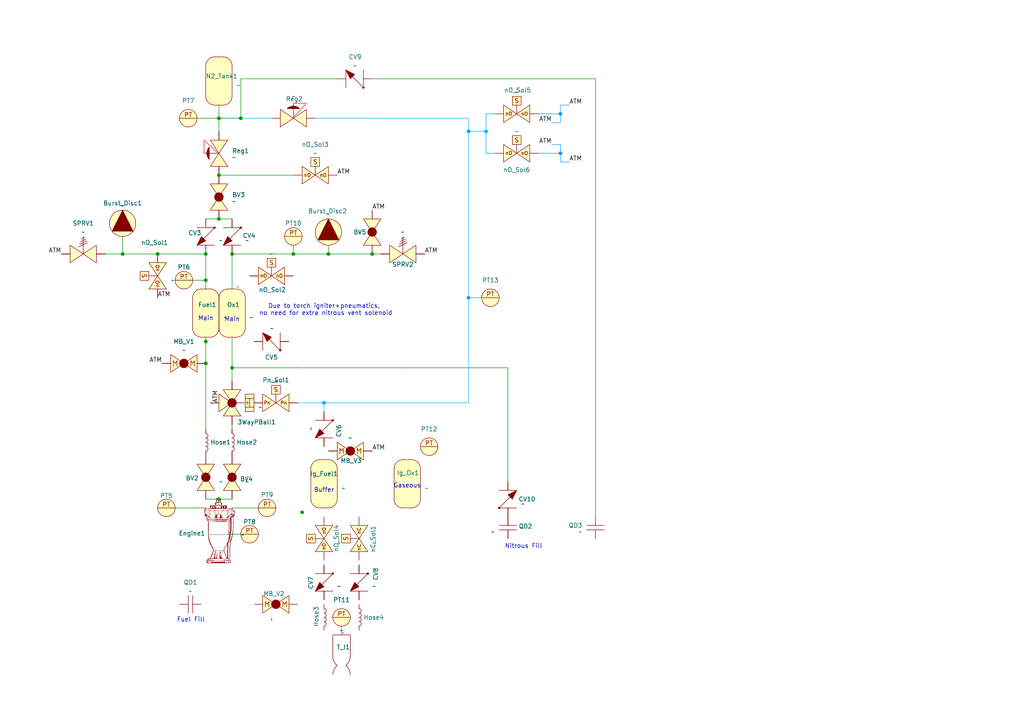
<source format=kicad_sch>
(kicad_sch (version 20231120) (generator "eeschema") (generator_version "8.0")
  (paper "A4")
  (lib_symbols
    (symbol "Analog_ADC:Torch_Igniter"
      (property "Reference" "T_I" (at -1.016 -0.254 0))
      (symbol "Torch_Igniter_1_1"
        (pin passive line (at -2.54 3.81 0) (length 0) (name "") (number ""))
        (pin passive line (at 2.54 3.81 180) (length 0) (name "") (number ""))
      )
    )
    (symbol "Device:Hose" (pin_numbers hide) (pin_names (offset 1.016) hide)
      (property "Reference" "Hose" (at -1.27 0 90))
      (symbol "Hose_1_1"
        (pin passive line (at 0 3.81 270) (length 1.27) (name "1") (number "1"))
        (pin passive line (at 0 -3.81 90) (length 1.27) (name "2") (number "2"))
      )
    )
    (symbol "PID_symbols:3WayPmaticBall"
      (property "Reference" "3WayPBall" (at 0 -10.16 0))
      (symbol "3WayPmaticBall_1_1"
        (pin passive line (at -6.35 0 0) (length 2.54) (name "") (number ""))
        (pin passive line (at 0 -6.35 90) (length 2.54) (name "") (number ""))
        (pin passive line (at 0 6.35 180) (length 0) (name "") (number ""))
        (pin passive line (at 6.35 0 180) (length 2.54) (name "") (number ""))
      )
    )
    (symbol "PID_symbols:Ball_Valve"
      (property "Reference" "BV" (at 3.81 -4.318 0))
      (symbol "Ball_Valve_1_1"
        (pin passive line (at -2.54 0 0) (length 2.54) (name "") (number ""))
        (pin passive line (at 10.16 0 180) (length 2.54) (name "") (number ""))
      )
    )
    (symbol "PID_symbols:Burst_Disc"
      (property "Reference" "Burst_Disc" (at 0 -5.334 0))
      (symbol "Burst_Disc_1_1"
        (pin passive line (at -3.81 0 0) (length 0) (name "") (number ""))
        (pin passive line (at 0 -3.81 90) (length 0) (name "") (number ""))
        (pin passive line (at 3.81 0 180) (length 0) (name "") (number ""))
      )
    )
    (symbol "PID_symbols:Check_Valve"
      (property "Reference" "CV" (at 2.54 -4.064 0))
      (symbol "Check_Valve_1_1"
        (pin passive line (at -2.54 0 0) (length 2.54) (name "") (number ""))
        (pin passive line (at 7.62 0 180) (length 2.54) (name "") (number ""))
      )
    )
    (symbol "PID_symbols:Engine"
      (property "Reference" "Engine" (at 0 0 0))
      (symbol "Engine_1_1"
        (pin input line (at -3.81 3.81 0) (length 0) (name "") (number ""))
        (pin input line (at 0 6.35 0) (length 0) (name "") (number ""))
        (pin input line (at 3.81 3.81 0) (length 0) (name "") (number ""))
      )
    )
    (symbol "PID_symbols:MBallValve"
      (property "Reference" "MB_V" (at 0 -3.81 0))
      (symbol "MBallValve_1_1"
        (pin passive line (at -6.35 0 0) (length 2.54) (name "") (number ""))
        (pin passive line (at 6.35 0 180) (length 2.54) (name "") (number ""))
      )
    )
    (symbol "PID_symbols:Normally_Closed_Solenoid"
      (property "Reference" "nC_Sol" (at 0 -3.81 0))
      (symbol "Normally_Closed_Solenoid_1_1"
        (text "nC" (at -2.54 0 0) (effects (font (size 1 1))))
        (text "nC" (at 2.286 0 0) (effects (font (size 1 1))))
        (text "S\n" (at 0 3.81 0) (effects (font (size 1.27 1.27))))
        (pin passive line (at -6.35 0 0) (length 2.54) (name "") (number ""))
        (pin passive line (at 6.35 0 180) (length 2.54) (name "") (number ""))
      )
    )
    (symbol "PID_symbols:Pneumatic_Solenoid"
      (property "Reference" "Pn_Sol" (at 0 -3.81 0))
      (symbol "Pneumatic_Solenoid_1_1"
        (text "Pn" (at -2.54 0 0) (effects (font (size 1 1))))
        (text "Pn" (at 2.286 0 0) (effects (font (size 1 1))))
        (text "S\n" (at 0 3.81 0) (effects (font (size 1.27 1.27))))
        (pin passive line (at -6.35 0 0) (length 2.54) (name "") (number ""))
        (pin passive line (at 6.35 0 180) (length 2.54) (name "") (number ""))
      )
    )
    (symbol "PID_symbols:Pressure_Regulator"
      (property "Reference" "Reg" (at 3.81 -2.54 0))
      (symbol "Pressure_Regulator_1_1"
        (pin passive line (at -2.54 0 0) (length 2.54) (name "") (number ""))
        (pin passive line (at 10.16 0 180) (length 2.54) (name "") (number ""))
      )
    )
    (symbol "PID_symbols:Pressure_Transducer"
      (property "Reference" "PT" (at 0 -3.81 0))
      (symbol "Pressure_Transducer_1_1"
        (text "PT\n" (at 0 1.016 0) (effects (font (size 1.27 1.27))))
        (pin passive line (at -2.54 0 0) (length 0) (name "") (number ""))
        (pin passive line (at 0 -2.54 90) (length 0) (name "") (number ""))
        (pin passive line (at 2.54 0 180) (length 0) (name "") (number ""))
      )
    )
    (symbol "PID_symbols:Quick_Disconnect"
      (property "Reference" "QD" (at 0.762 -4.572 0))
      (symbol "Quick_Disconnect_1_1"
        (pin passive line (at -2.54 0 0) (length 2.54) (name "") (number ""))
        (pin passive line (at 3.81 0 180) (length 2.54) (name "") (number ""))
      )
    )
    (symbol "PID_symbols:SPRV"
      (property "Reference" "SPRV" (at 3.556 -3.302 0))
      (symbol "SPRV_1_1"
        (pin passive line (at -2.54 0 0) (length 2.54) (name "") (number ""))
        (pin passive line (at 10.16 0 180) (length 2.54) (name "") (number ""))
      )
    )
    (symbol "PID_symbols:Solenoid"
      (property "Reference" "nO_Sol" (at 3.81 -3.81 0))
      (symbol "Solenoid_1_1"
        (text "nO" (at 6.096 0 0) (effects (font (size 1 1))))
        (text "nO\n\n" (at 1.524 -0.762 0) (effects (font (size 1 1))))
        (text "S\n" (at 3.81 3.81 0) (effects (font (size 1.27 1.27))))
        (pin passive line (at -2.54 0 0) (length 2.54) (name "") (number ""))
        (pin passive line (at 10.16 0 180) (length 2.54) (name "") (number ""))
      )
    )
    (symbol "PID_symbols:Tank"
      (property "Reference" "T" (at 6.35 5.08 0))
      (symbol "Tank_1_1"
        (pin passive line (at 1.27 -2.54 90) (length 0) (name "") (number ""))
        (pin passive line (at 1.27 11.43 270) (length 0) (name "") (number ""))
      )
    )
  )
  (junction (at 135.89 38.1) (color 3 157 255 1))
  (junction (at 87.63 148.59))
  (junction (at 162.56 33.02) (color 0 152 255 1))
  (junction (at 63.5 144.78))
  (junction (at 162.56 44.45) (color 0 152 255 1))
  (junction (at 140.97 38.1) (color 0 176 255 1))
  (junction (at 118.11 129.54) (color 251 255 253 1))
  (junction (at 135.89 86.36) (color 12 151 255 1))
  (junction (at 35.56 73.66))
  (junction (at 93.98 148.59) (color 255 253 253 1))
  (junction (at 69.85 34.29))
  (junction (at 59.69 81.28))
  (junction (at 93.98 130.81) (color 252 255 249 1))
  (junction (at 63.5 50.8))
  (junction (at 93.98 116.84) (color 0 170 255 1))
  (junction (at 85.09 73.66))
  (junction (at 63.5 34.29))
  (junction (at 59.69 105.41))
  (junction (at 59.69 99.06))
  (junction (at 67.31 106.68))
  (junction (at 63.5 63.5))
  (junction (at 59.69 73.66))
  (junction (at 67.31 73.66))
  (junction (at 45.72 73.66))
  (junction (at 107.95 73.66))
  (junction (at 95.25 73.66))
  (wire (pts (xy 59.69 105.41) (xy 59.69 124.46)))
  (wire (pts (xy 83.82 99.06) (xy 87.63 99.06)) (stroke (width 0) (color 245 255 253 1)))
  (wire (pts (xy 93.98 147.32) (xy 93.98 148.59)) (stroke (width 0) (color 245 255 253 1)))
  (wire (pts (xy 156.21 33.02) (xy 162.56 33.02)) (stroke (width 0) (color 0 152 255 1)))
  (wire (pts (xy 135.89 38.1) (xy 140.97 38.1)) (stroke (width 0) (color 0 187 255 1)))
  (wire (pts (xy 69.85 34.29) (xy 69.85 22.86)))
  (wire (pts (xy 93.98 116.84) (xy 135.89 116.84)) (stroke (width 0) (color 14 175 255 1)))
  (wire (pts (xy 59.69 99.06) (xy 59.69 105.41)))
  (wire (pts (xy 93.98 162.56) (xy 93.98 163.83)) (stroke (width 0) (color 255 253 253 1)))
  (wire (pts (xy 87.63 99.06) (xy 87.63 148.59)) (stroke (width 0) (color 245 255 253 1)))
  (wire (pts (xy 104.14 184.15) (xy 101.6 184.15)) (stroke (width 0) (color 255 253 253 1)))
  (wire (pts (xy 118.11 147.32) (xy 118.11 148.59)) (stroke (width 0) (color 255 253 253 1)))
  (wire (pts (xy 30.48 73.66) (xy 35.56 73.66)))
  (wire (pts (xy 104.14 162.56) (xy 104.14 163.83)) (stroke (width 0) (color 255 253 253 1)))
  (wire (pts (xy 162.56 41.91) (xy 160.02 41.91)) (stroke (width 0) (color 0 152 255 1)))
  (wire (pts (xy 87.63 154.94) (xy 87.63 175.26)) (stroke (width 0) (color 253 255 255 1)))
  (wire (pts (xy 67.31 144.78) (xy 63.5 144.78)))
  (wire (pts (xy 35.56 68.58) (xy 35.56 73.66)))
  (wire (pts (xy 63.5 34.29) (xy 69.85 34.29)))
  (wire (pts (xy 135.89 86.36) (xy 135.89 116.84)) (stroke (width 0) (color 14 175 255 1)))
  (wire (pts (xy 59.69 144.78) (xy 63.5 144.78)))
  (wire (pts (xy 162.56 35.56) (xy 162.56 33.02)) (stroke (width 0) (color 0 152 255 1)))
  (wire (pts (xy 85.09 73.66) (xy 95.25 73.66)))
  (wire (pts (xy 93.98 129.54) (xy 93.98 130.81)) (stroke (width 0) (color 255 253 253 1)))
  (wire (pts (xy 140.97 38.1) (xy 140.97 44.45)) (stroke (width 0) (color 2 153 255 1)))
  (wire (pts (xy 172.72 22.86) (xy 172.72 149.86)))
  (wire (pts (xy 107.95 22.86) (xy 172.72 22.86)))
  (wire (pts (xy 143.51 44.45) (xy 140.97 44.45)) (stroke (width 0) (color 2 153 255 1)))
  (wire (pts (xy 67.31 73.66) (xy 85.09 73.66)))
  (wire (pts (xy 87.63 148.59) (xy 93.98 148.59)) (stroke (width 0) (color 245 255 253 1)))
  (wire (pts (xy 140.97 33.02) (xy 143.51 33.02)) (stroke (width 0) (color 2 153 255 1)))
  (wire (pts (xy 69.85 22.86) (xy 97.79 22.86)))
  (wire (pts (xy 87.63 175.26) (xy 86.36 175.26)) (stroke (width 0) (color 253 255 255 1)))
  (wire (pts (xy 162.56 30.48) (xy 162.56 33.02)) (stroke (width 0) (color 0 152 255 1)))
  (wire (pts (xy 59.69 97.79) (xy 59.69 99.06)))
  (wire (pts (xy 85.09 71.12) (xy 85.09 73.66)))
  (wire (pts (xy 67.31 147.32) (xy 74.93 147.32)))
  (wire (pts (xy 139.7 86.36) (xy 135.89 86.36)) (stroke (width 0) (color 12 151 255 1)))
  (wire (pts (xy 118.11 129.54) (xy 118.11 133.35)) (stroke (width 0) (color 245 255 253 1)))
  (wire (pts (xy 67.31 106.68) (xy 67.31 110.49)))
  (wire (pts (xy 63.5 34.29) (xy 63.5 38.1)))
  (wire (pts (xy 147.32 106.68) (xy 147.32 139.7)))
  (wire (pts (xy 59.69 63.5) (xy 63.5 63.5)))
  (wire (pts (xy 63.5 50.8) (xy 85.09 50.8)))
  (wire (pts (xy 106.68 34.29) (xy 135.89 34.29)) (stroke (width 0) (color 0 187 255 1)))
  (wire (pts (xy 85.09 80.01) (xy 118.11 80.01)) (stroke (width 0) (color 245 255 253 1)))
  (wire (pts (xy 93.98 173.99) (xy 93.98 175.26)) (stroke (width 0) (color 255 253 253 1)))
  (wire (pts (xy 67.31 73.66) (xy 67.31 83.82)))
  (wire (pts (xy 55.88 81.28) (xy 59.69 81.28)))
  (wire (pts (xy 162.56 44.45) (xy 162.56 41.91)) (stroke (width 0) (color 0 152 255 1)))
  (wire (pts (xy 57.15 34.29) (xy 63.5 34.29)))
  (wire (pts (xy 162.56 46.99) (xy 162.56 44.45)) (stroke (width 0) (color 0 152 255 1)))
  (wire (pts (xy 59.69 81.28) (xy 59.69 83.82)))
  (wire (pts (xy 73.66 175.26) (xy 58.42 175.26)) (stroke (width 0) (color 247 255 249 1)))
  (wire (pts (xy 66.04 154.94) (xy 69.85 154.94)))
  (wire (pts (xy 95.25 71.12) (xy 95.25 73.66)))
  (wire (pts (xy 147.32 106.68) (xy 67.31 106.68)))
  (wire (pts (xy 135.89 38.1) (xy 135.89 86.36)) (stroke (width 0) (color 14 175 255 1)))
  (wire (pts (xy 93.98 116.84) (xy 93.98 119.38)) (stroke (width 0) (color 14 175 255 1)))
  (wire (pts (xy 63.5 34.29) (xy 63.5 30.48)))
  (wire (pts (xy 63.5 116.84) (xy 60.96 116.84)))
  (wire (pts (xy 45.72 73.66) (xy 59.69 73.66)))
  (wire (pts (xy 91.44 34.29) (xy 106.68 34.29)) (stroke (width 0) (color 14 175 255 1)))
  (wire (pts (xy 140.97 33.02) (xy 140.97 38.1)) (stroke (width 0) (color 2 153 255 1)))
  (wire (pts (xy 104.14 148.59) (xy 104.14 149.86)) (stroke (width 0) (color 255 253 253 1)))
  (wire (pts (xy 69.85 34.29) (xy 78.74 34.29)) (stroke (width 0) (color 14 175 255 1)))
  (wire (pts (xy 104.14 173.99) (xy 104.14 175.26)) (stroke (width 0) (color 255 253 253 1)))
  (wire (pts (xy 63.5 63.5) (xy 67.31 63.5)))
  (wire (pts (xy 93.98 148.59) (xy 93.98 149.86)) (stroke (width 0) (color 245 255 253 1)))
  (wire (pts (xy 118.11 129.54) (xy 121.92 129.54)) (stroke (width 0) (color 251 255 253 1)))
  (wire (pts (xy 59.69 99.06) (xy 73.66 99.06)) (stroke (width 0) (color 252 253 255 1)))
  (wire (pts (xy 118.11 148.59) (xy 104.14 148.59)) (stroke (width 0) (color 255 253 253 1)))
  (wire (pts (xy 93.98 130.81) (xy 93.98 133.35)) (stroke (width 0) (color 255 253 253 1)))
  (wire (pts (xy 118.11 80.01) (xy 118.11 129.54)) (stroke (width 0) (color 245 255 253 1)))
  (wire (pts (xy 162.56 46.99) (xy 165.1 46.99)) (stroke (width 0) (color 0 152 255 1)))
  (wire (pts (xy 86.36 116.84) (xy 93.98 116.84)) (stroke (width 0) (color 14 175 255 1)))
  (wire (pts (xy 107.95 73.66) (xy 110.49 73.66)))
  (wire (pts (xy 135.89 34.29) (xy 135.89 38.1)) (stroke (width 0) (color 14 175 255 1)))
  (wire (pts (xy 68.58 80.01) (xy 68.58 83.82)) (stroke (width 0) (color 252 255 253 1)))
  (wire (pts (xy 160.02 35.56) (xy 162.56 35.56)) (stroke (width 0) (color 0 152 255 1)))
  (wire (pts (xy 99.06 181.61) (xy 99.06 184.15)))
  (wire (pts (xy 50.8 147.32) (xy 59.69 147.32)))
  (wire (pts (xy 67.31 124.46) (xy 67.31 123.19)))
  (wire (pts (xy 68.58 80.01) (xy 72.39 80.01)) (stroke (width 0) (color 252 255 253 1)))
  (wire (pts (xy 87.63 148.59) (xy 87.63 154.94)) (stroke (width 0) (color 245 255 253 1)))
  (wire (pts (xy 67.31 97.79) (xy 67.31 106.68)))
  (wire (pts (xy 35.56 73.66) (xy 45.72 73.66)))
  (wire (pts (xy 95.25 130.81) (xy 93.98 130.81)) (stroke (width 0) (color 252 255 249 1)))
  (wire (pts (xy 95.25 73.66) (xy 107.95 73.66)))
  (wire (pts (xy 104.14 184.15) (xy 104.14 182.88)) (stroke (width 0) (color 255 253 253 1)))
  (wire (pts (xy 162.56 30.48) (xy 165.1 30.48)) (stroke (width 0) (color 0 152 255 1)))
  (wire (pts (xy 69.85 34.29) (xy 63.5 34.29)) (stroke (width 0) (color 14 175 255 1)))
  (wire (pts (xy 156.21 44.45) (xy 162.56 44.45)) (stroke (width 0) (color 0 152 255 1)))
  (wire (pts (xy 93.98 182.88) (xy 93.98 184.15)) (stroke (width 0) (color 255 253 253 1)))
  (wire (pts (xy 93.98 184.15) (xy 96.52 184.15)) (stroke (width 0) (color 255 253 253 1)))
  (wire (pts (xy 59.69 73.66) (xy 59.69 81.28)))
  (text "Nitrous Fill" (at 151.892 158.496 0) (effects (font (size 1.27 1.27))))
  (text "Gaseous" (at 118.11 140.97 0) (effects (font (size 1.27 1.27))))
  (text "Main" (at 59.69 92.456 0) (effects (font (size 1.27 1.27))))
  (text "Main" (at 67.31 92.71 0) (effects (font (size 1.27 1.27))))
  (text "Fuel Fill\n" (at 55.372 179.832 0) (effects (font (size 1.27 1.27))))
  (text "Buffer" (at 93.98 142.24 0) (effects (font (size 1.27 1.27))))
  (text "Due to torch igniter+pneumatics, \nno need for extra nitrous vent solenoid\n" (at 94.488 89.916 0) (effects (font (size 1.27 1.27))))
  (label "ATM" (at 46.99 105.41 180))
  (label "ATM" (at 17.78 73.66 180))
  (label "ATM" (at 160.02 41.91 180))
  (label "ATM" (at 165.1 46.99 0))
  (label "ATM" (at 123.19 73.66 0))
  (label "." (at 66.04 154.94 0))
  (label "ATM" (at 63.5 116.84 90))
  (label "ATM" (at 107.95 130.81 0))
  (label "ATM" (at 165.1 30.48 0))
  (label "." (at 99.06 184.15 0))
  (label "." (at 68.58 83.82 0))
  (label "ATM" (at 97.79 50.8 0))
  (label "ATM" (at 45.72 86.36 0))
  (label "ATM" (at 107.95 60.96 0))
  (label "ATM" (at 160.02 35.56 180))
  (symbol (lib_name "PID_symbols:Tank") (lib_id "PID_symbols:Tank") (at 62.23 27.94 0) (unit 1)
    (property "Reference" "N2_Tank1" (at 59.69 22.098 0) (effects (justify left)))
    (property "Value" "~" (at 68.58 24.765 0) (effects (justify left)))
  )
  (symbol (lib_name "PID_symbols:Check_Valve") (lib_id "PID_symbols:Check_Valve") (at 93.98 121.92 270) (unit 1)
    (property "Reference" "CV6" (at 98.298 124.968 0))
    (property "Value" "~" (at 90.17 124.333 0))
  )
  (symbol (lib_name "PID_symbols:Pressure_Transducer") (lib_id "PID_symbols:Pressure_Transducer") (at 72.39 154.94 0) (unit 1)
    (property "Reference" "PT8" (at 72.39 151.384 0))
  )
  (symbol (lib_id "PID_symbols:Engine") (at 63.5 151.13 0) (unit 1)
    (property "Reference" "Engine1" (at 51.816 154.686 0) (effects (justify left)))
    (property "Value" "~" (at 69.85 155.1869 0) (effects (justify left)))
  )
  (symbol (lib_name "PID_symbols:Pressure_Transducer") (lib_id "PID_symbols:Pressure_Transducer") (at 77.47 147.32 0) (unit 1)
    (property "Reference" "PT9" (at 77.47 143.51 0))
  )
  (symbol (lib_name "PID_symbols:Check_Valve") (lib_id "PID_symbols:Check_Valve") (at 105.41 22.86 180) (unit 1)
    (property "Reference" "CV9" (at 102.997 16.51 0))
    (property "Value" "~" (at 102.997 19.05 0))
  )
  (symbol (lib_name "PID_symbols:MBallValve") (lib_id "PID_symbols:MBallValve") (at 80.01 175.26 0) (unit 1)
    (property "Reference" "MB_V2" (at 82.55 172.212 0) (effects (justify right)))
    (property "Value" "~" (at 78.74 179.07 90) (effects (justify right)))
  )
  (symbol (lib_name "PID_symbols:Ball_Valve") (lib_id "PID_symbols:Ball_Valve") (at 67.31 134.62 270) (unit 1)
    (property "Reference" "BV4" (at 69.596 138.938 90) (effects (justify left)))
    (property "Value" "~" (at 71.12 139.7 90) (effects (justify left)))
  )
  (symbol (lib_name "PID_symbols:Check_Valve") (lib_id "PID_symbols:Check_Valve") (at 104.14 166.37 270) (unit 1)
    (property "Reference" "CV8" (at 108.966 164.592 0) (effects (justify left)))
    (property "Value" "~" (at 107.95 170.053 90) (effects (justify left)))
  )
  (symbol (lib_name "PID_symbols:Check_Valve") (lib_id "PID_symbols:Check_Valve") (at 59.69 66.04 270) (unit 1)
    (property "Reference" "CV3" (at 54.61 67.564 90) (effects (justify left)))
    (property "Value" "~" (at 63.5 69.723 90) (effects (justify left)))
  )
  (symbol (lib_name "PID_symbols:Pressure_Regulator") (lib_id "PID_symbols:Pressure_Regulator") (at 81.28 34.29 0) (unit 1)
    (property "Reference" "Reg2" (at 85.344 28.702 0))
    (property "Value" "~" (at 85.1525 27.94 0))
    (property "Description" "Pressure Regulator" (effects (hide yes)))
  )
  (symbol (lib_name "PID_symbols:Pressure_Transducer") (lib_id "PID_symbols:Pressure_Transducer") (at 53.34 81.28 0) (unit 1)
    (property "Reference" "PT6" (at 53.34 77.47 0))
  )
  (symbol (lib_id "Device:Hose") (at 59.69 128.27 0) (unit 1)
    (property "Reference" "Hose1" (at 60.96 128.2699 0) (effects (justify left)))
  )
  (symbol (lib_name "PID_symbols:Tank") (lib_id "PID_symbols:Tank") (at 92.71 144.78 0) (unit 1)
    (property "Reference" "Ig_Fuel1" (at 89.916 137.414 0) (effects (justify left)))
    (property "Value" "~" (at 99.06 141.605 0) (effects (justify left)))
  )
  (symbol (lib_id "Device:Hose") (at 93.98 179.07 0) (unit 1)
    (property "Reference" "Hose3" (at 91.694 181.864 90) (effects (justify left)))
  )
  (symbol (lib_name "PID_symbols:Tank") (lib_id "PID_symbols:Tank") (at 116.84 144.78 0) (unit 1)
    (property "Reference" "Ig_Ox1" (at 115.062 137.16 0) (effects (justify left)))
    (property "Value" "~" (at 123.19 141.605 0) (effects (justify left)))
  )
  (symbol (lib_name "PID_symbols:Check_Valve") (lib_id "PID_symbols:Check_Valve") (at 93.98 166.37 270) (unit 1)
    (property "Reference" "CV7" (at 90.17 167.132 0) (effects (justify left)))
    (property "Value" "~" (at 97.79 170.053 90) (effects (justify left)))
  )
  (symbol (lib_name "PID_symbols:Tank") (lib_id "PID_symbols:Tank") (at 58.42 95.25 0) (unit 1)
    (property "Reference" "Fuel1" (at 57.404 88.392 0) (effects (justify left)))
    (property "Value" "~" (at 64.77 92.075 0) (effects (justify left)))
  )
  (symbol (lib_name "PID_symbols:Pressure_Transducer") (lib_id "PID_symbols:Pressure_Transducer") (at 48.26 147.32 0) (unit 1)
    (property "Reference" "PT5" (at 48.26 143.764 0))
  )
  (symbol (lib_id "PID_symbols:3WayPmaticBall") (at 67.31 116.84 270) (unit 1)
    (property "Reference" "3WayPBall1" (at 68.834 122.428 90) (effects (justify left)))
    (property "Value" "~" (at 74.93 118.11 90) (effects (justify left)))
  )
  (symbol (lib_name "PID_symbols:Solenoid") (lib_id "PID_symbols:Solenoid") (at 146.05 33.02 0) (unit 1)
    (property "Reference" "nO_Sol5" (at 150.114 26.162 0))
    (property "Value" "~" (at 149.86 26.67 0))
  )
  (symbol (lib_name "PID_symbols:Quick_Disconnect") (lib_id "PID_symbols:Quick_Disconnect") (at 172.72 153.67 90) (unit 1)
    (property "Reference" "QD3" (at 168.91 152.3999 90) (effects (justify left)))
    (property "Value" "~" (at 168.91 154.305 90) (effects (justify left)))
  )
  (symbol (lib_name "PID_symbols:Ball_Valve") (lib_id "PID_symbols:Ball_Valve") (at 107.95 71.12 90) (unit 1)
    (property "Reference" "BV5" (at 104.394 67.31 90))
    (property "Value" "~" (at 104.14 67.31 0))
  )
  (symbol (lib_name "PID_symbols:Solenoid") (lib_id "PID_symbols:Solenoid") (at 74.93 80.01 0) (unit 1)
    (property "Reference" "nO_Sol2" (at 78.994 84.074 0))
    (property "Value" "~" (at 78.74 73.66 0))
  )
  (symbol (lib_id "PID_symbols:Normally_Closed_Solenoid") (at 104.14 156.21 90) (unit 1)
    (property "Reference" "nC_Sol1" (at 108.204 152.4 0) (effects (justify right)))
    (property "Value" "~" (at 107.95 157.48 90) (effects (justify right)))
  )
  (symbol (lib_name "PID_symbols:Quick_Disconnect") (lib_id "PID_symbols:Quick_Disconnect") (at 54.61 175.26 0) (unit 1)
    (property "Reference" "QD1" (at 55.245 168.91 0))
    (property "Value" "~" (at 55.245 171.45 0))
  )
  (symbol (lib_id "PID_symbols:Pneumatic_Solenoid") (at 80.01 116.84 0) (unit 1)
    (property "Reference" "Pn_Sol1" (at 80.01 110.236 0))
    (property "Value" "~" (at 80.01 110.49 0))
  )
  (symbol (lib_name "PID_symbols:Quick_Disconnect") (lib_id "PID_symbols:Quick_Disconnect") (at 147.32 153.67 90) (unit 1)
    (property "Reference" "QD2" (at 154.432 152.654 90) (effects (justify left)))
    (property "Value" "~" (at 143.51 154.305 90) (effects (justify left)))
  )
  (symbol (lib_name "PID_symbols:Ball_Valve") (lib_id "PID_symbols:Ball_Valve") (at 63.5 60.96 90) (unit 1)
    (property "Reference" "BV3" (at 67.31 56.5149 90) (effects (justify right)))
    (property "Value" "~" (at 67.31 58.42 90) (effects (justify right)))
  )
  (symbol (lib_name "PID_symbols:SPRV") (lib_id "PID_symbols:SPRV") (at 20.32 73.66 0) (unit 1)
    (property "Reference" "SPRV1" (at 24.13 64.77 0))
    (property "Value" "~" (at 24.13 67.31 0))
  )
  (symbol (lib_name "PID_symbols:Pressure_Transducer") (lib_id "PID_symbols:Pressure_Transducer") (at 124.46 129.54 0) (unit 1)
    (property "Reference" "PT12" (at 124.46 124.46 0))
  )
  (symbol (lib_name "PID_symbols:Solenoid") (lib_id "PID_symbols:Solenoid") (at 87.63 50.8 0) (unit 1)
    (property "Reference" "nO_Sol3" (at 91.44 41.91 0))
    (property "Value" "~" (at 91.44 44.45 0))
  )
  (symbol (lib_name "PID_symbols:Pressure_Transducer") (lib_id "PID_symbols:Pressure_Transducer") (at 142.24 86.36 0) (unit 1)
    (property "Reference" "PT13" (at 142.24 81.28 0))
  )
  (symbol (lib_name "PID_symbols:Pressure_Transducer") (lib_id "PID_symbols:Pressure_Transducer") (at 99.06 179.07 0) (unit 1)
    (property "Reference" "PT11" (at 99.06 173.99 0))
  )
  (symbol (lib_name "PID_symbols:MBallValve") (lib_id "PID_symbols:MBallValve") (at 53.34 105.41 0) (unit 1)
    (property "Reference" "MB_V1" (at 53.34 99.06 0))
    (property "Value" "~" (at 53.34 101.6 0))
  )
  (symbol (lib_name "PID_symbols:Pressure_Regulator") (lib_id "PID_symbols:Pressure_Regulator") (at 63.5 48.26 90) (unit 1)
    (property "Reference" "Reg1" (at 67.31 43.7524 90) (effects (justify right)))
    (property "Value" "~" (at 67.31 45.6575 90) (effects (justify right)))
    (property "Description" "Pressure Regulator" (effects (hide yes)))
  )
  (symbol (lib_name "PID_symbols:Pressure_Transducer") (lib_id "PID_symbols:Pressure_Transducer") (at 54.61 34.29 0) (unit 1)
    (property "Reference" "PT7" (at 54.61 29.21 0))
  )
  (symbol (lib_name "PID_symbols:Ball_Valve") (lib_id "PID_symbols:Ball_Valve") (at 59.69 134.62 270) (unit 1)
    (property "Reference" "BV2" (at 53.848 138.684 90) (effects (justify left)))
    (property "Value" "~" (at 63.5 139.7 90) (effects (justify left)))
  )
  (symbol (lib_name "PID_symbols:SPRV") (lib_id "PID_symbols:SPRV") (at 113.03 73.66 0) (unit 1)
    (property "Reference" "SPRV2" (at 116.84 76.708 0))
    (property "Value" "~" (at 116.84 67.31 0))
  )
  (symbol (lib_name "PID_symbols:Check_Valve") (lib_id "PID_symbols:Check_Valve") (at 81.28 99.06 180) (unit 1)
    (property "Reference" "CV5" (at 78.74 103.632 0))
    (property "Value" "~" (at 78.867 95.25 0))
  )
  (symbol (lib_name "PID_symbols:Check_Valve") (lib_id "PID_symbols:Check_Valve") (at 147.32 147.32 90) (unit 1)
    (property "Reference" "CV10" (at 150.368 144.78 90) (effects (justify right)))
    (property "Value" "~" (at 151.13 146.177 90) (effects (justify right)))
  )
  (symbol (lib_name "PID_symbols:Tank") (lib_id "PID_symbols:Tank") (at 66.04 95.25 0) (unit 1)
    (property "Reference" "Ox1" (at 65.786 88.392 0) (effects (justify left)))
    (property "Value" "~" (at 72.39 92.075 0) (effects (justify left)))
  )
  (symbol (lib_name "PID_symbols:Burst_Disc") (lib_id "PID_symbols:Burst_Disc") (at 95.25 67.31 0) (unit 1)
    (property "Reference" "Burst_Disc2" (at 94.996 61.214 0))
    (property "Value" "~" (at 95.25 62.23 0))
  )
  (symbol (lib_id "Device:Hose") (at 104.14 179.07 0) (unit 1)
    (property "Reference" "Hose4" (at 105.41 179.0699 0) (effects (justify left)))
  )
  (symbol (lib_id "Device:Hose") (at 67.31 128.27 0) (unit 1)
    (property "Reference" "Hose2" (at 68.58 128.2699 0) (effects (justify left)))
  )
  (symbol (lib_name "PID_symbols:Pressure_Transducer") (lib_id "PID_symbols:Pressure_Transducer") (at 85.09 68.58 0) (unit 1)
    (property "Reference" "PT10" (at 85.09 64.77 0))
  )
  (symbol (lib_name "PID_symbols:MBallValve") (lib_id "PID_symbols:MBallValve") (at 101.6 130.81 0) (unit 1)
    (property "Reference" "MB_V3" (at 101.854 133.604 0))
    (property "Value" "~" (at 101.6 127 0))
  )
  (symbol (lib_name "PID_symbols:Solenoid") (lib_id "PID_symbols:Solenoid") (at 93.98 160.02 90) (unit 1)
    (property "Reference" "nO_Sol4" (at 97.536 152.146 0) (effects (justify right)))
    (property "Value" "~" (at 97.79 157.48 90) (effects (justify right)))
  )
  (symbol (lib_name "PID_symbols:Solenoid") (lib_id "PID_symbols:Solenoid") (at 146.05 44.45 0) (unit 1)
    (property "Reference" "nO_Sol6" (at 149.86 49.276 0))
    (property "Value" "~" (at 149.86 38.1 0))
  )
  (symbol (lib_name "PID_symbols:Burst_Disc") (lib_id "PID_symbols:Burst_Disc") (at 35.56 64.77 0) (unit 1)
    (property "Reference" "Burst_Disc1" (at 35.56 58.928 0))
    (property "Value" "~" (at 35.56 59.69 0))
  )
  (symbol (lib_name "PID_symbols:Solenoid") (lib_id "PID_symbols:Solenoid") (at 45.72 83.82 90) (unit 1)
    (property "Reference" "nO_Sol1" (at 40.894 70.358 90) (effects (justify right)))
    (property "Value" "~" (at 49.53 81.28 90) (effects (justify right)))
  )
  (symbol (lib_name "PID_symbols:Check_Valve") (lib_id "PID_symbols:Check_Valve") (at 67.31 66.04 270) (unit 1)
    (property "Reference" "CV4" (at 70.358 68.326 90) (effects (justify left)))
    (property "Value" "~" (at 71.12 69.723 90) (effects (justify left)))
  )
  (symbol (lib_id "Analog_ADC:Torch_Igniter") (at 99.06 187.96 0) (unit 1)
    (property "Reference" "T_I1" (at 99.568 187.706 0))
    (property "Value" "~" (at 99.06 182.88 0))
  )
)
</source>
